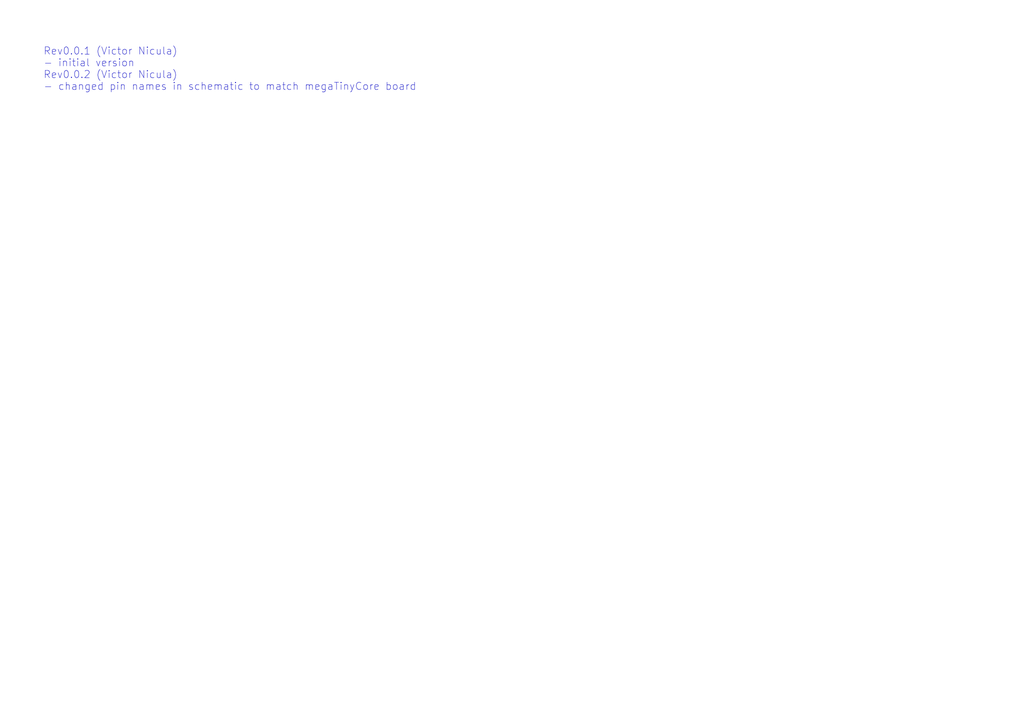
<source format=kicad_sch>
(kicad_sch (version 20230121) (generator eeschema)
  (paper "A3")
  (title_block (title "ATtiny416") (date "2023-02-22") (rev "0.0.2") (company "GroundStudio.ro") (comment 1 "Schematic: Victor Nicula"))
  (lib_symbols)
  (text "Rev0.0.1 (Victor Nicula)\n- initial version\nRev0.0.2 (Victor Nicula)\n- changed pin names in schematic to match megaTinyCore board\n\n\n" (at 17.78 46.99 0) (effects (font (size 3 3)) (justify left bottom)))
)
</source>
